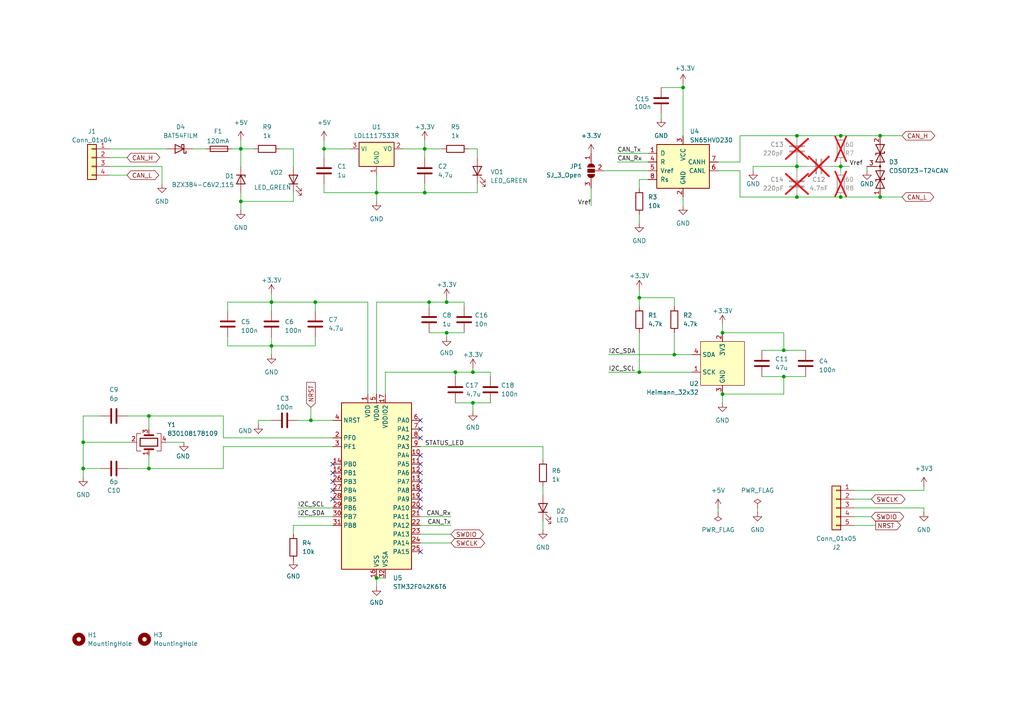
<source format=kicad_sch>
(kicad_sch (version 20231120) (generator "eeschema") (generator_version "8.0")
  (paper "A4")
  (lib_symbols
    (symbol "Connector_Generic:Conn_01x04" (pin_names (offset 1.016) hide)
      (property "Reference" "J" (at 0 5.08 0))
      (property "Value" "Conn_01x04" (at 0 -7.62 0))
      (symbol "Conn_01x04_1_1"
        (rectangle (start -1.27 -4.953) (end 0 -5.207) (stroke (width 0.1524)))
        (rectangle (start -1.27 -2.413) (end 0 -2.667) (stroke (width 0.1524)))
        (rectangle (start -1.27 0.127) (end 0 -0.127) (stroke (width 0.1524)))
        (rectangle (start -1.27 2.667) (end 0 2.413) (stroke (width 0.1524)))
        (rectangle (start -1.27 3.81) (end 1.27 -6.35) (stroke (width 0.254)) (fill (type background)))
        (pin passive line (at -5.08 2.54 0) (length 3.81) (name "Pin_1") (number "1"))
        (pin passive line (at -5.08 0 0) (length 3.81) (name "Pin_2") (number "2"))
        (pin passive line (at -5.08 -2.54 0) (length 3.81) (name "Pin_3") (number "3"))
        (pin passive line (at -5.08 -5.08 0) (length 3.81) (name "Pin_4") (number "4"))
      )
    )
    (symbol "Connector_Generic:Conn_01x05" (pin_names (offset 1.016) hide)
      (property "Reference" "J" (at 0 7.62 0))
      (property "Value" "Conn_01x05" (at 0 -7.62 0))
      (symbol "Conn_01x05_1_1"
        (rectangle (start -1.27 -4.953) (end 0 -5.207) (stroke (width 0.1524)))
        (rectangle (start -1.27 -2.413) (end 0 -2.667) (stroke (width 0.1524)))
        (rectangle (start -1.27 0.127) (end 0 -0.127) (stroke (width 0.1524)))
        (rectangle (start -1.27 2.667) (end 0 2.413) (stroke (width 0.1524)))
        (rectangle (start -1.27 5.207) (end 0 4.953) (stroke (width 0.1524)))
        (rectangle (start -1.27 6.35) (end 1.27 -6.35) (stroke (width 0.254)) (fill (type background)))
        (pin passive line (at -5.08 5.08 0) (length 3.81) (name "Pin_1") (number "1"))
        (pin passive line (at -5.08 2.54 0) (length 3.81) (name "Pin_2") (number "2"))
        (pin passive line (at -5.08 0 0) (length 3.81) (name "Pin_3") (number "3"))
        (pin passive line (at -5.08 -2.54 0) (length 3.81) (name "Pin_4") (number "4"))
        (pin passive line (at -5.08 -5.08 0) (length 3.81) (name "Pin_5") (number "5"))
      )
    )
    (symbol "Device:C" (pin_numbers hide) (pin_names (offset 0.254))
      (property "Reference" "C" (at 0.635 2.54 0))
      (property "Value" "C" (at 0.635 -2.54 0))
      (symbol "C_0_1"
        (polyline (pts (xy -2.032 -0.762) (xy 2.032 -0.762)) (stroke (width 0.508)))
        (polyline (pts (xy -2.032 0.762) (xy 2.032 0.762)) (stroke (width 0.508)))
      )
      (symbol "C_1_1"
        (pin passive line (at 0 3.81 270) (length 2.794) (name "~") (number "1"))
        (pin passive line (at 0 -3.81 90) (length 2.794) (name "~") (number "2"))
      )
    )
    (symbol "Device:D_Schottky" (pin_numbers hide) (pin_names (offset 1.016) hide)
      (property "Reference" "D" (at 0 2.54 0))
      (property "Value" "D_Schottky" (at 0 -2.54 0))
      (symbol "D_Schottky_0_1"
        (polyline (pts (xy 1.27 0) (xy -1.27 0)))
        (polyline (pts (xy 1.27 1.27) (xy 1.27 -1.27) (xy -1.27 0) (xy 1.27 1.27)) (stroke (width 0.254)))
        (polyline (pts (xy -1.905 0.635) (xy -1.905 1.27) (xy -1.27 1.27) (xy -1.27 -1.27) (xy -0.635 -1.27) (xy -0.635 -0.635)) (stroke (width 0.254)))
      )
      (symbol "D_Schottky_1_1"
        (pin passive line (at -3.81 0 0) (length 2.54) (name "K") (number "1"))
        (pin passive line (at 3.81 0 180) (length 2.54) (name "A") (number "2"))
      )
    )
    (symbol "Device:D_TVS_Dual_AAC" (pin_names (offset 1.016) hide)
      (property "Reference" "D" (at 0 4.445 0))
      (property "Value" "D_TVS_Dual_AAC" (at 0 2.54 0))
      (symbol "D_TVS_Dual_AAC_0_0"
        (polyline (pts (xy 0 -1.27) (xy 0 0)))
      )
      (symbol "D_TVS_Dual_AAC_0_1"
        (polyline (pts (xy -6.35 0) (xy 6.35 0)))
        (polyline (pts (xy -3.302 1.27) (xy -3.81 1.27) (xy -3.81 -1.27) (xy -4.318 -1.27)) (stroke (width 0.254)))
        (polyline (pts (xy 4.318 1.27) (xy 3.81 1.27) (xy 3.81 -1.27) (xy 3.302 -1.27)) (stroke (width 0.254)))
        (polyline (pts (xy -6.35 1.27) (xy -1.27 -1.27) (xy -1.27 1.27) (xy -6.35 -1.27) (xy -6.35 1.27)) (stroke (width 0.254)))
        (polyline (pts (xy 6.35 1.27) (xy 1.27 -1.27) (xy 1.27 1.27) (xy 6.35 -1.27) (xy 6.35 1.27)) (stroke (width 0.254)))
        (circle (center 0 0) (radius 0.254) (fill (type outline)))
      )
      (symbol "D_TVS_Dual_AAC_1_1"
        (pin passive line (at -8.89 0 0) (length 2.54) (name "A1") (number "1"))
        (pin passive line (at 8.89 0 180) (length 2.54) (name "A2") (number "2"))
        (pin input line (at 0 -3.81 90) (length 2.54) (name "common") (number "3"))
      )
    )
    (symbol "Device:D_Zener" (pin_numbers hide) (pin_names (offset 1.016) hide)
      (property "Reference" "D" (at 0 2.54 0))
      (property "Value" "D_Zener" (at 0 -2.54 0))
      (symbol "D_Zener_0_1"
        (polyline (pts (xy 1.27 0) (xy -1.27 0)))
        (polyline (pts (xy -1.27 -1.27) (xy -1.27 1.27) (xy -0.762 1.27)) (stroke (width 0.254)))
        (polyline (pts (xy 1.27 -1.27) (xy 1.27 1.27) (xy -1.27 0) (xy 1.27 -1.27)) (stroke (width 0.254)))
      )
      (symbol "D_Zener_1_1"
        (pin passive line (at -3.81 0 0) (length 2.54) (name "K") (number "1"))
        (pin passive line (at 3.81 0 180) (length 2.54) (name "A") (number "2"))
      )
    )
    (symbol "Device:Fuse" (pin_numbers hide) (pin_names (offset 0))
      (property "Reference" "F" (at 2.032 0 90))
      (property "Value" "Fuse" (at -1.905 0 90))
      (symbol "Fuse_0_1"
        (rectangle (start -0.762 -2.54) (end 0.762 2.54) (stroke (width 0.254)))
        (polyline (pts (xy 0 2.54) (xy 0 -2.54)))
      )
      (symbol "Fuse_1_1"
        (pin passive line (at 0 3.81 270) (length 1.27) (name "~") (number "1"))
        (pin passive line (at 0 -3.81 90) (length 1.27) (name "~") (number "2"))
      )
    )
    (symbol "Device:LED" (pin_numbers hide) (pin_names (offset 1.016) hide)
      (property "Reference" "D" (at 0 2.54 0))
      (property "Value" "LED" (at 0 -2.54 0))
      (symbol "LED_0_1"
        (polyline (pts (xy -1.27 -1.27) (xy -1.27 1.27)) (stroke (width 0.254)))
        (polyline (pts (xy -1.27 0) (xy 1.27 0)))
        (polyline (pts (xy 1.27 -1.27) (xy 1.27 1.27) (xy -1.27 0) (xy 1.27 -1.27)) (stroke (width 0.254)))
        (polyline (pts (xy -3.048 -0.762) (xy -4.572 -2.286) (xy -3.81 -2.286) (xy -4.572 -2.286) (xy -4.572 -1.524)))
        (polyline (pts (xy -1.778 -0.762) (xy -3.302 -2.286) (xy -2.54 -2.286) (xy -3.302 -2.286) (xy -3.302 -1.524)))
      )
      (symbol "LED_1_1"
        (pin passive line (at -3.81 0 0) (length 2.54) (name "K") (number "1"))
        (pin passive line (at 3.81 0 180) (length 2.54) (name "A") (number "2"))
      )
    )
    (symbol "Device:R" (pin_numbers hide) (pin_names (offset 0))
      (property "Reference" "R" (at 2.032 0 90))
      (property "Value" "R" (at 0 0 90))
      (symbol "R_0_1"
        (rectangle (start -1.016 -2.54) (end 1.016 2.54) (stroke (width 0.254)))
      )
      (symbol "R_1_1"
        (pin passive line (at 0 3.81 270) (length 1.27) (name "~") (number "1"))
        (pin passive line (at 0 -3.81 90) (length 1.27) (name "~") (number "2"))
      )
    )
    (symbol "FaSTTUBe_Crystals:830108178109" (pin_names (offset 1.016) hide)
      (property "Reference" "Y" (at 3.175 5.08 0))
      (property "Value" "830108178109" (at 3.175 3.175 0))
      (symbol "830108178109_0_1"
        (rectangle (start -1.143 2.54) (end 1.143 -2.54) (stroke (width 0.3048)))
        (polyline (pts (xy -2.54 0) (xy -2.032 0)))
        (polyline (pts (xy -2.032 -1.27) (xy -2.032 1.27)) (stroke (width 0.508)))
        (polyline (pts (xy 0 -3.81) (xy 0 -3.556)))
        (polyline (pts (xy 0 3.556) (xy 0 3.81)))
        (polyline (pts (xy 2.032 -1.27) (xy 2.032 1.27)) (stroke (width 0.508)))
        (polyline (pts (xy 2.032 0) (xy 2.54 0)))
        (polyline (pts (xy -2.54 -2.286) (xy -2.54 -3.556) (xy 2.54 -3.556) (xy 2.54 -2.286)))
        (polyline (pts (xy -2.54 2.286) (xy -2.54 3.556) (xy 2.54 3.556) (xy 2.54 2.286)))
      )
      (symbol "830108178109_1_1"
        (pin passive line (at -3.81 0 0) (length 1.27) (name "1") (number "1"))
        (pin passive line (at 0 5.08 270) (length 1.27) (name "2") (number "2"))
        (pin passive line (at 3.81 0 180) (length 1.27) (name "3") (number "3"))
        (pin passive line (at 0 -5.08 90) (length 1.27) (name "4") (number "4"))
      )
    )
    (symbol "GND_1" (power) (pin_numbers hide) (pin_names (offset 0) hide)
      (property "Value" "GND" (at 0 -3.81 0))
      (symbol "GND_1_0_1"
        (polyline (pts (xy 0 0) (xy 0 -1.27) (xy 1.27 -1.27) (xy 0 -2.54) (xy -1.27 -1.27) (xy 0 -1.27)))
      )
      (symbol "GND_1_1_1"
        (pin power_in line (at 0 0 270) (length 0) (name "~") (number "1"))
      )
    )
    (symbol "Interface_CAN_LIN:SN65HVD230" (pin_names (offset 1.016))
      (property "Reference" "U" (at -2.54 10.16 0))
      (property "Value" "SN65HVD230" (at -2.54 7.62 0))
      (symbol "SN65HVD230_0_1"
        (rectangle (start -7.62 5.08) (end 7.62 -7.62) (stroke (width 0.254)) (fill (type background)))
      )
      (symbol "SN65HVD230_1_1"
        (pin input line (at -10.16 2.54 0) (length 2.54) (name "D") (number "1"))
        (pin power_in line (at 0 -10.16 90) (length 2.54) (name "GND") (number "2"))
        (pin power_in line (at 0 7.62 270) (length 2.54) (name "VCC") (number "3"))
        (pin output line (at -10.16 0 0) (length 2.54) (name "R") (number "4"))
        (pin output line (at -10.16 -2.54 0) (length 2.54) (name "Vref") (number "5"))
        (pin bidirectional line (at 10.16 -2.54 180) (length 2.54) (name "CANL") (number "6"))
        (pin bidirectional line (at 10.16 0 180) (length 2.54) (name "CANH") (number "7"))
        (pin input line (at -10.16 -5.08 0) (length 2.54) (name "Rs") (number "8"))
      )
    )
    (symbol "Jumper:SolderJumper_3_Open" (pin_names (offset 0) hide)
      (property "Reference" "JP" (at -2.54 -2.54 0))
      (property "Value" "SolderJumper_3_Open" (at 0 2.794 0))
      (symbol "SolderJumper_3_Open_0_1"
        (arc (start -1.016 1.016) (mid -2.0276 0) (end -1.016 -1.016))
        (arc (start -1.016 1.016) (mid -2.0276 0) (end -1.016 -1.016) (fill (type outline)))
        (rectangle (start -0.508 1.016) (end 0.508 -1.016) (fill (type outline)))
        (polyline (pts (xy -2.54 0) (xy -2.032 0)))
        (polyline (pts (xy -1.016 1.016) (xy -1.016 -1.016)))
        (polyline (pts (xy 0 -1.27) (xy 0 -1.016)))
        (polyline (pts (xy 1.016 1.016) (xy 1.016 -1.016)))
        (polyline (pts (xy 2.54 0) (xy 2.032 0)))
        (arc (start 1.016 -1.016) (mid 2.0276 0) (end 1.016 1.016))
        (arc (start 1.016 -1.016) (mid 2.0276 0) (end 1.016 1.016) (fill (type outline)))
      )
      (symbol "SolderJumper_3_Open_1_1"
        (pin passive line (at -5.08 0 0) (length 2.54) (name "A") (number "1"))
        (pin passive line (at 0 -3.81 90) (length 2.54) (name "C") (number "2"))
        (pin passive line (at 5.08 0 180) (length 2.54) (name "B") (number "3"))
      )
    )
    (symbol "MCU_ST_STM32F0:STM32F042K6Tx"
      (property "Reference" "U" (at -10.16 26.67 0))
      (property "Value" "STM32F042K6Tx" (at 5.08 26.67 0))
      (symbol "STM32F042K6Tx_0_1"
        (rectangle (start -10.16 -22.86) (end 10.16 25.4) (stroke (width 0.254)) (fill (type background)))
      )
      (symbol "STM32F042K6Tx_1_1"
        (pin power_in line (at -2.54 27.94 270) (length 2.54) (name "VDD") (number "1"))
        (pin bidirectional line (at 12.7 10.16 180) (length 2.54) (name "PA4") (number "10"))
        (pin bidirectional line (at 12.7 7.62 180) (length 2.54) (name "PA5") (number "11"))
        (pin bidirectional line (at 12.7 5.08 180) (length 2.54) (name "PA6") (number "12"))
        (pin bidirectional line (at 12.7 2.54 180) (length 2.54) (name "PA7") (number "13"))
        (pin bidirectional line (at -12.7 7.62 0) (length 2.54) (name "PB0") (number "14"))
        (pin bidirectional line (at -12.7 5.08 0) (length 2.54) (name "PB1") (number "15"))
        (pin power_in line (at 0 -25.4 90) (length 2.54) (name "VSS") (number "16"))
        (pin power_in line (at 2.54 27.94 270) (length 2.54) (name "VDDIO2") (number "17"))
        (pin bidirectional line (at 12.7 0 180) (length 2.54) (name "PA8") (number "18"))
        (pin bidirectional line (at 12.7 -2.54 180) (length 2.54) (name "PA9") (number "19"))
        (pin bidirectional line (at -12.7 15.24 0) (length 2.54) (name "PF0") (number "2"))
        (pin bidirectional line (at 12.7 -5.08 180) (length 2.54) (name "PA10") (number "20"))
        (pin bidirectional line (at 12.7 -7.62 180) (length 2.54) (name "PA11") (number "21"))
        (pin bidirectional line (at 12.7 -10.16 180) (length 2.54) (name "PA12") (number "22"))
        (pin bidirectional line (at 12.7 -12.7 180) (length 2.54) (name "PA13") (number "23"))
        (pin bidirectional line (at 12.7 -15.24 180) (length 2.54) (name "PA14") (number "24"))
        (pin bidirectional line (at 12.7 -17.78 180) (length 2.54) (name "PA15") (number "25"))
        (pin bidirectional line (at -12.7 2.54 0) (length 2.54) (name "PB3") (number "26"))
        (pin bidirectional line (at -12.7 0 0) (length 2.54) (name "PB4") (number "27"))
        (pin bidirectional line (at -12.7 -2.54 0) (length 2.54) (name "PB5") (number "28"))
        (pin bidirectional line (at -12.7 -5.08 0) (length 2.54) (name "PB6") (number "29"))
        (pin bidirectional line (at -12.7 12.7 0) (length 2.54) (name "PF1") (number "3"))
        (pin bidirectional line (at -12.7 -7.62 0) (length 2.54) (name "PB7") (number "30"))
        (pin bidirectional line (at -12.7 -10.16 0) (length 2.54) (name "PB8") (number "31"))
        (pin power_in line (at 2.54 -25.4 90) (length 2.54) (name "VSSA") (number "32"))
        (pin input line (at -12.7 20.32 0) (length 2.54) (name "NRST") (number "4"))
        (pin power_in line (at 0 27.94 270) (length 2.54) (name "VDDA") (number "5"))
        (pin bidirectional line (at 12.7 20.32 180) (length 2.54) (name "PA0") (number "6"))
        (pin bidirectional line (at 12.7 17.78 180) (length 2.54) (name "PA1") (number "7"))
        (pin bidirectional line (at 12.7 15.24 180) (length 2.54) (name "PA2") (number "8"))
        (pin bidirectional line (at 12.7 12.7 180) (length 2.54) (name "PA3") (number "9"))
      )
    )
    (symbol "MountingHole_1" (pin_names (offset 1.016)) (exclude_from_sim yes) (in_bom no)
      (property "Reference" "H" (at 0 5.08 0))
      (property "Value" "MountingHole" (at 0 3.175 0))
      (symbol "MountingHole_1_0_1"
        (circle (center 0 0) (radius 1.27) (stroke (width 1.27)))
      )
    )
    (symbol "Regulator_Linear:LD1117S33TR_SOT223"
      (property "Reference" "U" (at -3.81 3.175 0))
      (property "Value" "LD1117S33TR_SOT223" (at 0 3.175 0))
      (symbol "LD1117S33TR_SOT223_0_1"
        (rectangle (start -5.08 -5.08) (end 5.08 1.905) (stroke (width 0.254)) (fill (type background)))
      )
      (symbol "LD1117S33TR_SOT223_1_1"
        (pin power_in line (at 0 -7.62 90) (length 2.54) (name "GND") (number "1"))
        (pin power_out line (at 7.62 0 180) (length 2.54) (name "VO") (number "2"))
        (pin power_in line (at -7.62 0 0) (length 2.54) (name "VI") (number "3"))
      )
    )
    (symbol "TTS:Heimann_16x16"
      (property "Reference" "U" (at 0 0 0))
      (property "Value" "Heimann_16x16" (at 0 0 0))
      (symbol "Heimann_16x16_0_1"
        (rectangle (start -6.35 6.35) (end 6.35 -6.35) (fill (type background)))
      )
      (symbol "Heimann_16x16_1_1"
        (pin bidirectional line (at 8.89 -2.54 180) (length 2.54) (name "SCK") (number "1"))
        (pin power_in line (at 0 8.89 270) (length 2.54) (name "3V3") (number "2"))
        (pin power_in line (at 0 -8.89 90) (length 2.54) (name "GND") (number "3"))
        (pin bidirectional line (at 8.89 2.54 180) (length 2.54) (name "SDA") (number "4"))
      )
    )
    (symbol "power:+3.3V" (power) (pin_names (offset 0))
      (property "Value" "+3.3V" (at 0 3.556 0))
      (symbol "+3.3V_0_1"
        (polyline (pts (xy -0.762 1.27) (xy 0 2.54)))
        (polyline (pts (xy 0 0) (xy 0 2.54)))
        (polyline (pts (xy 0 2.54) (xy 0.762 1.27)))
      )
      (symbol "+3.3V_1_1"
        (pin power_in line (at 0 0 90) (length 0) hide (name "+3.3V") (number "1"))
      )
    )
    (symbol "power:+3V3" (power) (pin_numbers hide) (pin_names (offset 0) hide)
      (property "Value" "+3V3" (at 0 3.556 0))
      (symbol "+3V3_0_1"
        (polyline (pts (xy -0.762 1.27) (xy 0 2.54)))
        (polyline (pts (xy 0 0) (xy 0 2.54)))
        (polyline (pts (xy 0 2.54) (xy 0.762 1.27)))
      )
      (symbol "+3V3_1_1"
        (pin power_in line (at 0 0 90) (length 0) (name "~") (number "1"))
      )
    )
    (symbol "power:+5V" (power) (pin_numbers hide) (pin_names (offset 0) hide)
      (property "Value" "+5V" (at 0 3.556 0))
      (symbol "+5V_0_1"
        (polyline (pts (xy -0.762 1.27) (xy 0 2.54)))
        (polyline (pts (xy 0 0) (xy 0 2.54)))
        (polyline (pts (xy 0 2.54) (xy 0.762 1.27)))
      )
      (symbol "+5V_1_1"
        (pin power_in line (at 0 0 90) (length 0) (name "~") (number "1"))
      )
    )
    (symbol "power:GND" (power) (pin_names (offset 0))
      (property "Value" "GND" (at 0 -3.81 0))
      (symbol "GND_0_1"
        (polyline (pts (xy 0 0) (xy 0 -1.27) (xy 1.27 -1.27) (xy 0 -2.54) (xy -1.27 -1.27) (xy 0 -1.27)))
      )
      (symbol "GND_1_1"
        (pin power_in line (at 0 0 270) (length 0) hide (name "GND") (number "1"))
      )
    )
    (symbol "power:PWR_FLAG" (power) (pin_numbers hide) (pin_names (offset 0) hide)
      (property "Value" "PWR_FLAG" (at 0 3.81 0))
      (symbol "PWR_FLAG_0_0"
        (pin power_out line (at 0 0 90) (length 0) (name "~") (number "1"))
      )
      (symbol "PWR_FLAG_0_1"
        (polyline (pts (xy 0 0) (xy 0 1.27) (xy -1.016 1.905) (xy 0 2.54) (xy 1.016 1.905) (xy 0 1.27)))
      )
    )
  )
  (junction (at 91.44 87.63))
  (junction (at 137.16 107.95))
  (junction (at 243.84 48.26))
  (junction (at 78.74 87.63))
  (junction (at 43.18 120.65))
  (junction (at 43.18 135.89))
  (junction (at 24.13 135.89))
  (junction (at 231.14 48.26))
  (junction (at 132.08 107.95))
  (junction (at 227.33 101.6))
  (junction (at 231.14 57.15))
  (junction (at 123.19 55.88))
  (junction (at 69.85 43.18))
  (junction (at 109.22 55.88))
  (junction (at 69.85 58.42))
  (junction (at 109.22 167.64))
  (junction (at 243.84 39.37))
  (junction (at 93.98 43.18))
  (junction (at 255.27 57.15))
  (junction (at 124.46 87.63))
  (junction (at 227.33 109.22))
  (junction (at 231.14 39.37))
  (junction (at 198.12 25.4))
  (junction (at 129.54 96.52))
  (junction (at 78.74 100.33))
  (junction (at 129.54 87.63))
  (junction (at 209.55 114.3))
  (junction (at 137.16 116.84))
  (junction (at 209.55 96.52))
  (junction (at 123.19 43.18))
  (junction (at 185.42 107.95))
  (junction (at 24.13 128.27))
  (junction (at 195.58 102.87))
  (junction (at 243.84 57.15))
  (junction (at 185.42 86.36))
  (junction (at 255.27 39.37))
  (junction (at 90.17 121.92))
  (no_connect (at 121.92 142.24))
  (no_connect (at 121.92 144.78))
  (no_connect (at 121.92 160.02))
  (no_connect (at 96.52 142.24))
  (no_connect (at 96.52 134.62))
  (no_connect (at 121.92 132.08))
  (no_connect (at 121.92 137.16))
  (no_connect (at 96.52 137.16))
  (no_connect (at 96.52 144.78))
  (no_connect (at 121.92 121.92))
  (no_connect (at 121.92 127))
  (no_connect (at 121.92 124.46))
  (no_connect (at 121.92 147.32))
  (no_connect (at 121.92 134.62))
  (no_connect (at 96.52 139.7))
  (no_connect (at 121.92 139.7))
  (wire (pts (xy 121.92 157.48) (xy 130.81 157.48)))
  (wire (pts (xy 247.65 144.78) (xy 252.73 144.78)))
  (wire (pts (xy 157.48 151.13) (xy 157.48 153.67)))
  (wire (pts (xy 124.46 87.63) (xy 124.46 88.9)))
  (wire (pts (xy 135.89 43.18) (xy 138.43 43.18)))
  (wire (pts (xy 142.24 107.95) (xy 142.24 109.22)))
  (wire (pts (xy 31.75 50.8) (xy 36.83 50.8)))
  (wire (pts (xy 85.09 43.18) (xy 85.09 48.26)))
  (wire (pts (xy 78.74 87.63) (xy 66.04 87.63)))
  (wire (pts (xy 78.74 97.79) (xy 78.74 100.33)))
  (wire (pts (xy 43.18 135.89) (xy 64.77 135.89)))
  (wire (pts (xy 116.84 43.18) (xy 123.19 43.18)))
  (wire (pts (xy 109.22 167.64) (xy 111.76 167.64)))
  (wire (pts (xy 78.74 100.33) (xy 91.44 100.33)))
  (wire (pts (xy 74.93 123.19) (xy 74.93 121.92)))
  (wire (pts (xy 218.44 49.53) (xy 218.44 48.26)))
  (wire (pts (xy 31.75 48.26) (xy 46.99 48.26)))
  (wire (pts (xy 109.22 167.64) (xy 109.22 170.18)))
  (wire (pts (xy 179.07 44.45) (xy 187.96 44.45)))
  (wire (pts (xy 31.75 45.72) (xy 36.83 45.72)))
  (wire (pts (xy 255.27 39.37) (xy 243.84 39.37)))
  (wire (pts (xy 191.77 25.4) (xy 198.12 25.4)))
  (wire (pts (xy 129.54 96.52) (xy 134.62 96.52)))
  (wire (pts (xy 137.16 107.95) (xy 142.24 107.95)))
  (wire (pts (xy 36.83 120.65) (xy 43.18 120.65)))
  (wire (pts (xy 121.92 149.86) (xy 130.81 149.86)))
  (wire (pts (xy 220.98 109.22) (xy 227.33 109.22)))
  (wire (pts (xy 176.53 102.87) (xy 195.58 102.87)))
  (wire (pts (xy 121.92 154.94) (xy 130.81 154.94)))
  (wire (pts (xy 247.65 152.4) (xy 254 152.4)))
  (wire (pts (xy 185.42 83.82) (xy 185.42 86.36)))
  (wire (pts (xy 24.13 135.89) (xy 24.13 138.43)))
  (wire (pts (xy 109.22 50.8) (xy 109.22 55.88)))
  (wire (pts (xy 86.36 121.92) (xy 90.17 121.92)))
  (wire (pts (xy 255.27 57.15) (xy 243.84 57.15)))
  (wire (pts (xy 24.13 128.27) (xy 24.13 135.89)))
  (wire (pts (xy 106.68 87.63) (xy 91.44 87.63)))
  (wire (pts (xy 29.21 120.65) (xy 24.13 120.65)))
  (wire (pts (xy 91.44 100.33) (xy 91.44 97.79)))
  (wire (pts (xy 134.62 87.63) (xy 134.62 88.9)))
  (wire (pts (xy 96.52 152.4) (xy 85.09 152.4)))
  (wire (pts (xy 243.84 46.99) (xy 243.84 48.26)))
  (wire (pts (xy 64.77 120.65) (xy 64.77 127)))
  (wire (pts (xy 85.09 58.42) (xy 85.09 55.88)))
  (wire (pts (xy 171.45 59.69) (xy 171.45 54.61)))
  (wire (pts (xy 227.33 96.52) (xy 227.33 101.6)))
  (wire (pts (xy 246.38 48.26) (xy 243.84 48.26)))
  (wire (pts (xy 157.48 140.97) (xy 157.48 143.51)))
  (wire (pts (xy 86.36 149.86) (xy 96.52 149.86)))
  (wire (pts (xy 123.19 43.18) (xy 123.19 45.72)))
  (wire (pts (xy 111.76 107.95) (xy 111.76 114.3)))
  (wire (pts (xy 124.46 87.63) (xy 129.54 87.63)))
  (wire (pts (xy 109.22 87.63) (xy 109.22 114.3)))
  (wire (pts (xy 86.36 147.32) (xy 96.52 147.32)))
  (wire (pts (xy 243.84 39.37) (xy 231.14 39.37)))
  (wire (pts (xy 24.13 120.65) (xy 24.13 128.27)))
  (wire (pts (xy 121.92 129.54) (xy 157.48 129.54)))
  (wire (pts (xy 132.08 107.95) (xy 137.16 107.95)))
  (wire (pts (xy 214.63 46.99) (xy 214.63 39.37)))
  (wire (pts (xy 219.71 147.32) (xy 219.71 148.59)))
  (wire (pts (xy 137.16 106.68) (xy 137.16 107.95)))
  (wire (pts (xy 59.69 43.18) (xy 55.88 43.18)))
  (wire (pts (xy 121.92 152.4) (xy 130.81 152.4)))
  (wire (pts (xy 109.22 55.88) (xy 123.19 55.88)))
  (wire (pts (xy 74.93 121.92) (xy 78.74 121.92)))
  (wire (pts (xy 214.63 49.53) (xy 214.63 57.15)))
  (wire (pts (xy 195.58 88.9) (xy 195.58 86.36)))
  (wire (pts (xy 93.98 40.64) (xy 93.98 43.18)))
  (wire (pts (xy 195.58 102.87) (xy 195.58 96.52)))
  (wire (pts (xy 185.42 86.36) (xy 185.42 88.9)))
  (wire (pts (xy 247.65 149.86) (xy 252.73 149.86)))
  (wire (pts (xy 267.97 142.24) (xy 267.97 140.97)))
  (wire (pts (xy 185.42 107.95) (xy 200.66 107.95)))
  (wire (pts (xy 247.65 142.24) (xy 267.97 142.24)))
  (wire (pts (xy 231.14 49.53) (xy 231.14 48.26)))
  (wire (pts (xy 209.55 114.3) (xy 227.33 114.3)))
  (wire (pts (xy 91.44 87.63) (xy 78.74 87.63)))
  (wire (pts (xy 227.33 109.22) (xy 233.68 109.22)))
  (wire (pts (xy 24.13 135.89) (xy 29.21 135.89)))
  (wire (pts (xy 46.99 48.26) (xy 46.99 53.34)))
  (wire (pts (xy 78.74 85.09) (xy 78.74 87.63)))
  (wire (pts (xy 43.18 120.65) (xy 64.77 120.65)))
  (wire (pts (xy 195.58 102.87) (xy 200.66 102.87)))
  (wire (pts (xy 111.76 107.95) (xy 132.08 107.95)))
  (wire (pts (xy 123.19 40.64) (xy 123.19 43.18)))
  (wire (pts (xy 129.54 96.52) (xy 129.54 97.79)))
  (wire (pts (xy 43.18 132.08) (xy 43.18 135.89)))
  (wire (pts (xy 123.19 55.88) (xy 123.19 53.34)))
  (wire (pts (xy 124.46 96.52) (xy 129.54 96.52)))
  (wire (pts (xy 214.63 57.15) (xy 231.14 57.15)))
  (wire (pts (xy 227.33 109.22) (xy 227.33 114.3)))
  (wire (pts (xy 109.22 55.88) (xy 109.22 58.42)))
  (wire (pts (xy 64.77 127) (xy 96.52 127)))
  (wire (pts (xy 261.62 57.15) (xy 255.27 57.15)))
  (wire (pts (xy 90.17 118.11) (xy 90.17 121.92)))
  (wire (pts (xy 69.85 43.18) (xy 73.66 43.18)))
  (wire (pts (xy 36.83 135.89) (xy 43.18 135.89)))
  (wire (pts (xy 137.16 116.84) (xy 142.24 116.84)))
  (wire (pts (xy 129.54 86.36) (xy 129.54 87.63)))
  (wire (pts (xy 24.13 128.27) (xy 38.1 128.27)))
  (wire (pts (xy 93.98 53.34) (xy 93.98 55.88)))
  (wire (pts (xy 175.26 49.53) (xy 187.96 49.53)))
  (wire (pts (xy 78.74 100.33) (xy 78.74 102.87)))
  (wire (pts (xy 69.85 58.42) (xy 85.09 58.42)))
  (wire (pts (xy 138.43 43.18) (xy 138.43 45.72)))
  (wire (pts (xy 185.42 52.07) (xy 187.96 52.07)))
  (wire (pts (xy 69.85 60.96) (xy 69.85 58.42)))
  (wire (pts (xy 138.43 55.88) (xy 138.43 53.34)))
  (wire (pts (xy 69.85 58.42) (xy 69.85 55.88)))
  (wire (pts (xy 247.65 147.32) (xy 267.97 147.32)))
  (wire (pts (xy 208.28 49.53) (xy 214.63 49.53)))
  (wire (pts (xy 243.84 48.26) (xy 241.3 48.26)))
  (wire (pts (xy 208.28 147.32) (xy 208.28 148.59)))
  (wire (pts (xy 251.46 49.53) (xy 251.46 48.26)))
  (wire (pts (xy 137.16 116.84) (xy 137.16 119.38)))
  (wire (pts (xy 93.98 43.18) (xy 101.6 43.18)))
  (wire (pts (xy 243.84 49.53) (xy 243.84 48.26)))
  (wire (pts (xy 123.19 55.88) (xy 138.43 55.88)))
  (wire (pts (xy 109.22 87.63) (xy 124.46 87.63)))
  (wire (pts (xy 132.08 116.84) (xy 137.16 116.84)))
  (wire (pts (xy 66.04 87.63) (xy 66.04 90.17)))
  (wire (pts (xy 261.62 39.37) (xy 255.27 39.37)))
  (wire (pts (xy 176.53 107.95) (xy 185.42 107.95)))
  (wire (pts (xy 185.42 54.61) (xy 185.42 52.07)))
  (wire (pts (xy 48.26 128.27) (xy 53.34 128.27)))
  (wire (pts (xy 67.31 43.18) (xy 69.85 43.18)))
  (wire (pts (xy 198.12 24.13) (xy 198.12 25.4)))
  (wire (pts (xy 267.97 147.32) (xy 267.97 148.59)))
  (wire (pts (xy 69.85 43.18) (xy 69.85 40.64)))
  (wire (pts (xy 69.85 43.18) (xy 69.85 48.26)))
  (wire (pts (xy 90.17 121.92) (xy 96.52 121.92)))
  (wire (pts (xy 231.14 46.99) (xy 231.14 48.26)))
  (wire (pts (xy 132.08 107.95) (xy 132.08 109.22)))
  (wire (pts (xy 195.58 86.36) (xy 185.42 86.36)))
  (wire (pts (xy 78.74 87.63) (xy 78.74 90.17)))
  (wire (pts (xy 85.09 152.4) (xy 85.09 154.94)))
  (wire (pts (xy 209.55 114.3) (xy 209.55 116.84)))
  (wire (pts (xy 31.75 43.18) (xy 48.26 43.18)))
  (wire (pts (xy 209.55 93.98) (xy 209.55 96.52)))
  (wire (pts (xy 106.68 87.63) (xy 106.68 114.3)))
  (wire (pts (xy 243.84 57.15) (xy 231.14 57.15)))
  (wire (pts (xy 220.98 101.6) (xy 227.33 101.6)))
  (wire (pts (xy 93.98 55.88) (xy 109.22 55.88)))
  (wire (pts (xy 157.48 129.54) (xy 157.48 133.35)))
  (wire (pts (xy 198.12 25.4) (xy 198.12 39.37)))
  (wire (pts (xy 185.42 62.23) (xy 185.42 64.77)))
  (wire (pts (xy 81.28 43.18) (xy 85.09 43.18)))
  (wire (pts (xy 43.18 120.65) (xy 43.18 124.46)))
  (wire (pts (xy 208.28 46.99) (xy 214.63 46.99)))
  (wire (pts (xy 233.68 48.26) (xy 231.14 48.26)))
  (wire (pts (xy 214.63 39.37) (xy 231.14 39.37)))
  (wire (pts (xy 66.04 100.33) (xy 78.74 100.33)))
  (wire (pts (xy 198.12 57.15) (xy 198.12 59.69)))
  (wire (pts (xy 191.77 34.29) (xy 191.77 33.02)))
  (wire (pts (xy 185.42 107.95) (xy 185.42 96.52)))
  (wire (pts (xy 227.33 101.6) (xy 233.68 101.6)))
  (wire (pts (xy 179.07 46.99) (xy 187.96 46.99)))
  (wire (pts (xy 123.19 43.18) (xy 128.27 43.18)))
  (wire (pts (xy 66.04 97.79) (xy 66.04 100.33)))
  (wire (pts (xy 91.44 90.17) (xy 91.44 87.63)))
  (wire (pts (xy 96.52 129.54) (xy 64.77 129.54)))
  (wire (pts (xy 209.55 96.52) (xy 227.33 96.52)))
  (wire (pts (xy 129.54 87.63) (xy 134.62 87.63)))
  (wire (pts (xy 93.98 43.18) (xy 93.98 45.72)))
  (wire (pts (xy 64.77 129.54) (xy 64.77 135.89)))
  (wire (pts (xy 218.44 48.26) (xy 231.14 48.26)))
  (label "CAN_Tx" (at 130.81 152.4 180))
  (label "I2C_SDA" (at 86.36 149.86 0))
  (label "CAN_Rx" (at 130.81 149.86 180))
  (label "Vref" (at 171.45 59.69 180))
  (label "Vref" (at 246.38 48.26 0))
  (label "I2C_SCL" (at 86.36 147.32 0))
  (label "CAN_Rx" (at 179.07 46.99 0))
  (label "I2C_SDA" (at 176.53 102.87 0))
  (label "I2C_SCL" (at 176.53 107.95 0))
  (label "STATUS_LED" (at 134.62 129.54 180))
  (label "CAN_Tx" (at 179.07 44.45 0))
  (global_label "SWCLK" (shape bidirectional) (at 130.81 157.48 0) (property "Intersheetrefs" "${INTERSHEET_REFS}" (effects (hide yes))))
  (global_label "CAN_L" (shape bidirectional) (at 261.62 57.15 0) (property "Intersheetrefs" "${INTERSHEET_REFS}" (effects (hide yes))))
  (global_label "CAN_L" (shape bidirectional) (at 36.83 50.8 0) (property "Intersheetrefs" "${INTERSHEET_REFS}" (effects (hide yes))))
  (global_label "CAN_H" (shape bidirectional) (at 261.62 39.37 0) (property "Intersheetrefs" "${INTERSHEET_REFS}" (effects (hide yes))))
  (global_label "CAN_H" (shape bidirectional) (at 36.83 45.72 0) (property "Intersheetrefs" "${INTERSHEET_REFS}" (effects (hide yes))))
  (global_label "SWDIO" (shape bidirectional) (at 252.73 149.86 0) (property "Intersheetrefs" "${INTERSHEET_REFS}" (effects (hide yes))))
  (global_label "SWDIO" (shape bidirectional) (at 130.81 154.94 0) (property "Intersheetrefs" "${INTERSHEET_REFS}" (effects (hide yes))))
  (global_label "NRST" (shape input) (at 90.17 118.11 90) (property "Intersheetrefs" "${INTERSHEET_REFS}" (effects (hide yes))))
  (global_label "NRST" (shape output) (at 254 152.4 0) (property "Intersheetrefs" "${INTERSHEET_REFS}" (effects (hide yes))))
  (global_label "SWCLK" (shape bidirectional) (at 252.73 144.78 0) (property "Intersheetrefs" "${INTERSHEET_REFS}" (effects (hide yes))))
  (symbol (lib_id "FaSTTUBe_Crystals:830108178109") (at 43.18 128.27 90) (unit 1)
    (property "Reference" "Y1" (at 49.784 123.19 90))
    (property "Value" "830108178109" (at 55.88 125.73 90))
    (property "Footprint" "Crystal:Crystal_SMD_2016-4Pin_2.0x1.6mm" (effects (hide yes)))
    (property "Datasheet" "https://www.we-online.com/components/products/datasheet/830108178109.pdf" (effects (hide yes)))
    (property "Description" "16.0MHz Load Capacitance (CL) 8.00pF, Shunt Capacitance (C0) 3pF max" (effects (hide yes)))
  )
  (symbol (lib_id "Device:C") (at 66.04 93.98 0) (unit 1)
    (property "Reference" "C5" (at 69.85 93.345 0) (effects (justify left)))
    (property "Value" "100n" (at 69.85 95.885 0) (effects (justify left)))
    (property "Footprint" "Capacitor_SMD:C_0603_1608Metric" (effects (hide yes)))
    (property "LCSC" "C307331" (effects (hide yes)))
  )
  (symbol (lib_id "Device:C") (at 91.44 93.98 0) (unit 1)
    (property "Reference" "C7" (at 95.25 92.7099 0) (effects (justify left)))
    (property "Value" "4.7u" (at 95.25 95.2499 0) (effects (justify left)))
    (property "Footprint" "Capacitor_SMD:C_0603_1608Metric" (effects (hide yes)))
    (property "LCSC" "C307331" (effects (hide yes)))
  )
  (symbol (lib_name "GND_1") (lib_id "power:GND") (at 219.71 148.59 0) (unit 1)
    (property "Reference" "#PWR029" (effects (hide yes)))
    (property "Value" "GND" (at 219.71 153.67 0))
    (property "Description" "Power symbol creates a global label with name \"GND\" , ground" (effects (hide yes)))
  )
  (symbol (lib_id "Device:C") (at 93.98 49.53 0) (unit 1)
    (property "Reference" "C1" (at 97.79 48.2599 0) (effects (justify left)))
    (property "Value" "1u" (at 97.79 50.7999 0) (effects (justify left)))
    (property "Footprint" "Capacitor_SMD:C_0603_1608Metric" (effects (hide yes)))
    (property "LCSC" "C15849" (effects (hide yes)))
  )
  (symbol (lib_id "Device:Fuse") (at 63.5 43.18 90) (unit 1)
    (property "Reference" "F1" (at 64.516 38.1 90) (effects (justify left)))
    (property "Value" "120mA" (at 66.548 40.894 90) (effects (justify left)))
    (property "Footprint" "Fuse:Fuse_1206_3216Metric" (effects (hide yes)))
    (property "Datasheet" "https://www.mouser.de/datasheet/2/87/eaton_pts1206_6_60_volt_dc_surface_mount_resettabl-1608737.pdf" (effects (hide yes)))
  )
  (symbol (lib_id "power:GND") (at 78.74 102.87 0) (unit 1)
    (property "Reference" "#PWR014" (effects (hide yes)))
    (property "Value" "GND" (at 78.74 107.95 0))
  )
  (symbol (lib_id "Device:C") (at 33.02 120.65 90) (unit 1)
    (property "Reference" "C9" (at 33.02 113.03 90))
    (property "Value" "6p" (at 33.02 115.57 90))
    (property "Footprint" "Capacitor_SMD:C_0603_1608Metric" (effects (hide yes)))
    (property "LCSC" "C1549" (effects (hide yes)))
  )
  (symbol (lib_id "power:+3.3V") (at 78.74 85.09 0) (unit 1)
    (property "Reference" "#PWR04" (effects (hide yes)))
    (property "Value" "+3.3V" (at 78.74 81.28 0))
  )
  (symbol (lib_id "Device:C") (at 233.68 105.41 0) (unit 1)
    (property "Reference" "C4" (at 237.49 104.775 0) (effects (justify left)))
    (property "Value" "100n" (at 237.49 107.315 0) (effects (justify left)))
    (property "Footprint" "Capacitor_SMD:C_0603_1608Metric" (effects (hide yes)))
    (property "LCSC" "C307331" (effects (hide yes)))
  )
  (symbol (lib_id "power:GND") (at 191.77 34.29 0) (unit 1)
    (property "Reference" "#PWR027" (effects (hide yes)))
    (property "Value" "GND" (at 191.77 39.37 0))
  )
  (symbol (lib_id "Device:C") (at 231.14 43.18 0) (mirror y) (unit 1) (dnp yes)
    (property "Reference" "C13" (at 227.33 41.91 0) (effects (justify left)))
    (property "Value" "220pF" (at 227.33 44.45 0) (effects (justify left)))
    (property "Footprint" "Capacitor_SMD:C_0603_1608Metric" (effects (hide yes)))
  )
  (symbol (lib_name "MountingHole_1") (lib_id "Mechanical:MountingHole") (at 41.91 185.42 0) (unit 1) (exclude_from_sim yes) (in_bom no)
    (property "Reference" "H3" (at 44.45 184.1499 0) (effects (justify left)))
    (property "Value" "MountingHole" (at 44.45 186.6899 0) (effects (justify left)))
    (property "Footprint" "MountingHole:MountingHole_3.2mm_M3_DIN965" (effects (hide yes)))
    (property "Description" "Mounting Hole without connection" (effects (hide yes)))
  )
  (symbol (lib_id "Device:D_TVS_Dual_AAC") (at 255.27 48.26 270) (mirror x) (unit 1)
    (property "Reference" "D3" (at 257.81 46.99 90) (effects (justify left)))
    (property "Value" "CDSOT23-T24CAN" (at 257.81 49.53 90) (effects (justify left)))
    (property "Footprint" "Package_TO_SOT_SMD:SOT-23" (effects (hide yes)))
  )
  (symbol (lib_id "power:+3.3V") (at 137.16 106.68 0) (unit 1)
    (property "Reference" "#PWR017" (effects (hide yes)))
    (property "Value" "+3.3V" (at 137.16 102.87 0))
  )
  (symbol (lib_id "power:GND") (at 137.16 119.38 0) (unit 1)
    (property "Reference" "#PWR018" (effects (hide yes)))
    (property "Value" "GND" (at 137.16 123.952 0))
  )
  (symbol (lib_id "Device:LED") (at 157.48 147.32 90) (unit 1)
    (property "Reference" "D2" (at 161.29 148.2725 90) (effects (justify right)))
    (property "Value" "LED" (at 161.29 150.8125 90) (effects (justify right)))
    (property "Footprint" "LED_SMD:LED_0603_1608Metric" (effects (hide yes)))
    (property "LCSC" "C2286" (effects (hide yes)))
  )
  (symbol (lib_id "power:+5V") (at 208.28 147.32 0) (unit 1)
    (property "Reference" "#PWR028" (effects (hide yes)))
    (property "Value" "+5V" (at 208.28 142.24 0))
    (property "Description" "Power symbol creates a global label with name \"+5V\"" (effects (hide yes)))
  )
  (symbol (lib_id "Device:C") (at 237.49 48.26 270) (mirror x) (unit 1) (dnp yes)
    (property "Reference" "C12" (at 237.49 52.07 90))
    (property "Value" "4.7nF" (at 237.49 54.61 90))
    (property "Footprint" "Capacitor_SMD:C_0603_1608Metric" (effects (hide yes)))
  )
  (symbol (lib_id "power:+5V") (at 69.85 40.64 0) (unit 1)
    (property "Reference" "#PWR030" (effects (hide yes)))
    (property "Value" "+5V" (at 69.85 35.56 0))
    (property "Description" "Power symbol creates a global label with name \"+5V\"" (effects (hide yes)))
  )
  (symbol (lib_id "Device:R") (at 85.09 158.75 0) (unit 1)
    (property "Reference" "R4" (at 87.63 157.4799 0) (effects (justify left)))
    (property "Value" "10k" (at 87.63 160.0199 0) (effects (justify left)))
    (property "Footprint" "Resistor_SMD:R_0603_1608Metric" (effects (hide yes)))
    (property "LCSC" "C11702" (effects (hide yes)))
  )
  (symbol (lib_id "Device:R") (at 77.47 43.18 90) (unit 1)
    (property "Reference" "R9" (at 77.47 36.83 90))
    (property "Value" "1k" (at 77.47 39.37 90))
    (property "Footprint" "Resistor_SMD:R_0603_1608Metric" (effects (hide yes)))
  )
  (symbol (lib_id "Device:R") (at 243.84 43.18 0) (mirror x) (unit 1) (dnp yes)
    (property "Reference" "R7" (at 246.38 44.45 0))
    (property "Value" "60" (at 246.38 41.91 0))
    (property "Footprint" "Resistor_SMD:R_0603_1608Metric" (effects (hide yes)))
  )
  (symbol (lib_id "Device:C") (at 82.55 121.92 90) (unit 1)
    (property "Reference" "C3" (at 82.55 115.57 90))
    (property "Value" "100n" (at 82.55 118.11 90))
    (property "Footprint" "Capacitor_SMD:C_0603_1608Metric" (effects (hide yes)))
    (property "LCSC" "C307331" (effects (hide yes)))
  )
  (symbol (lib_name "GND_1") (lib_id "power:GND") (at 69.85 60.96 0) (unit 1)
    (property "Reference" "#PWR032" (effects (hide yes)))
    (property "Value" "GND" (at 69.85 66.04 0))
    (property "Description" "Power symbol creates a global label with name \"GND\" , ground" (effects (hide yes)))
  )
  (symbol (lib_id "Device:C") (at 134.62 92.71 0) (unit 1)
    (property "Reference" "C16" (at 137.668 91.44 0) (effects (justify left)))
    (property "Value" "10n" (at 137.668 93.98 0) (effects (justify left)))
    (property "Footprint" "Capacitor_SMD:C_0603_1608Metric" (effects (hide yes)))
    (property "LCSC" "C307331" (effects (hide yes)))
  )
  (symbol (lib_id "power:GND") (at 198.12 59.69 0) (unit 1)
    (property "Reference" "#PWR011" (effects (hide yes)))
    (property "Value" "GND" (at 198.12 64.77 0))
  )
  (symbol (lib_name "GND_1") (lib_id "power:GND") (at 267.97 148.59 0) (unit 1)
    (property "Reference" "#PWR022" (effects (hide yes)))
    (property "Value" "GND" (at 267.97 153.67 0))
    (property "Description" "Power symbol creates a global label with name \"GND\" , ground" (effects (hide yes)))
  )
  (symbol (lib_id "Connector_Generic:Conn_01x04") (at 26.67 45.72 0) (mirror y) (unit 1)
    (property "Reference" "J1" (at 26.67 38.1 0))
    (property "Value" "Conn_01x04" (at 26.67 40.64 0))
    (property "Footprint" "FaSTTUBe_connectors:M8_718_4pin_horizontal" (effects (hide yes)))
  )
  (symbol (lib_id "power:GND") (at 46.99 53.34 0) (unit 1)
    (property "Reference" "#PWR02" (effects (hide yes)))
    (property "Value" "GND" (at 46.99 58.42 0))
  )
  (symbol (lib_id "Device:R") (at 185.42 58.42 0) (unit 1)
    (property "Reference" "R3" (at 187.96 57.1499 0) (effects (justify left)))
    (property "Value" "10k" (at 187.96 59.6899 0) (effects (justify left)))
    (property "Footprint" "Resistor_SMD:R_0603_1608Metric" (effects (hide yes)))
    (property "LCSC" "C17168" (effects (hide yes)))
  )
  (symbol (lib_id "power:+3.3V") (at 209.55 93.98 0) (unit 1)
    (property "Reference" "#PWR07" (effects (hide yes)))
    (property "Value" "+3.3V" (at 209.55 90.17 0))
  )
  (symbol (lib_id "power:+3.3V") (at 198.12 24.13 0) (unit 1)
    (property "Reference" "#PWR09" (effects (hide yes)))
    (property "Value" "+3.3V" (at 198.628 19.812 0))
  )
  (symbol (lib_id "Device:R") (at 195.58 92.71 0) (unit 1)
    (property "Reference" "R2" (at 198.12 91.4399 0) (effects (justify left)))
    (property "Value" "4.7k" (at 198.12 93.9799 0) (effects (justify left)))
    (property "Footprint" "Resistor_SMD:R_0603_1608Metric" (effects (hide yes)))
    (property "LCSC" "C11702" (effects (hide yes)))
  )
  (symbol (lib_id "power:+3V3") (at 267.97 140.97 0) (unit 1)
    (property "Reference" "#PWR06" (effects (hide yes)))
    (property "Value" "+3V3" (at 267.97 135.89 0))
    (property "Description" "Power symbol creates a global label with name \"+3V3\"" (effects (hide yes)))
  )
  (symbol (lib_id "Device:D_Zener") (at 69.85 52.07 270) (unit 1)
    (property "Reference" "D1" (at 65.278 51.054 90) (effects (justify left)))
    (property "Value" "BZX384-C6V2,115" (at 49.784 53.594 90) (effects (justify left)))
    (property "Footprint" "Diode_SMD:D_SOD-323" (effects (hide yes)))
    (property "Datasheet" "https://assets.nexperia.com/documents/data-sheet/BZX384_SER.pdf" (effects (hide yes)))
    (property "Description" "Zener diode" (effects (hide yes)))
  )
  (symbol (lib_id "power:GND") (at 129.54 97.79 0) (unit 1)
    (property "Reference" "#PWR016" (effects (hide yes)))
    (property "Value" "GND" (at 129.54 102.362 0))
  )
  (symbol (lib_id "MCU_ST_STM32F0:STM32F042K6Tx") (at 109.22 142.24 0) (unit 1)
    (property "Reference" "U5" (at 113.9541 167.64 0) (effects (justify left)))
    (property "Value" "STM32F042K6T6" (at 113.9541 170.18 0) (effects (justify left)))
    (property "Footprint" "Package_QFP:LQFP-32_7x7mm_P0.8mm" (effects (hide yes)))
    (property "Datasheet" "https://www.st.com/resource/en/datasheet/stm32f042k6.pdf" (effects (hide yes)))
    (property "Description" "STMicroelectronics Arm Cortex-M0 MCU, 32KB flash, 6KB RAM, 48 MHz, 2.0-3.6V, 26 GPIO, LQFP32" (effects (hide yes)))
  )
  (symbol (lib_id "power:+3.3V") (at 171.45 44.45 0) (mirror y) (unit 1)
    (property "Reference" "#PWR026" (effects (hide yes)))
    (property "Value" "+3.3V" (at 171.45 39.37 0))
  )
  (symbol (lib_id "power:GND") (at 85.09 162.56 0) (unit 1)
    (property "Reference" "#PWR015" (effects (hide yes)))
    (property "Value" "GND" (at 85.09 167.132 0))
  )
  (symbol (lib_id "Device:R") (at 185.42 92.71 0) (unit 1)
    (property "Reference" "R1" (at 187.96 91.4399 0) (effects (justify left)))
    (property "Value" "4.7k" (at 187.96 93.9799 0) (effects (justify left)))
    (property "Footprint" "Resistor_SMD:R_0603_1608Metric" (effects (hide yes)))
    (property "LCSC" "C11702" (effects (hide yes)))
  )
  (symbol (lib_id "Device:R") (at 243.84 53.34 0) (mirror x) (unit 1) (dnp yes)
    (property "Reference" "R8" (at 246.38 54.61 0))
    (property "Value" "60" (at 246.38 52.07 0))
    (property "Footprint" "Resistor_SMD:R_0603_1608Metric" (effects (hide yes)))
  )
  (symbol (lib_id "power:PWR_FLAG") (at 208.28 148.59 0) (mirror x) (unit 1)
    (property "Reference" "#FLG01" (effects (hide yes)))
    (property "Value" "PWR_FLAG" (at 208.28 153.67 0))
    (property "Description" "Special symbol for telling ERC where power comes from" (effects (hide yes)))
  )
  (symbol (lib_id "Interface_CAN_LIN:SN65HVD230") (at 198.12 46.99 0) (unit 1)
    (property "Reference" "U4" (at 200.0759 38.1 0) (effects (justify left)))
    (property "Value" "SN65HVD230" (at 200.0759 40.64 0) (effects (justify left)))
    (property "Footprint" "Package_SO:SOIC-8_3.9x4.9mm_P1.27mm" (effects (hide yes)))
    (property "Datasheet" "http://www.ti.com/lit/ds/symlink/sn65hvd230.pdf" (effects (hide yes)))
    (property "LCSC" "C12084" (effects (hide yes)))
  )
  (symbol (lib_id "Device:LED") (at 85.09 52.07 90) (unit 1)
    (property "Reference" "VO2" (at 78.232 50.038 90) (effects (justify right)))
    (property "Value" "LED_GREEN" (at 73.66 54.356 90) (effects (justify right)))
    (property "Footprint" "LED_SMD:LED_0603_1608Metric_Pad1.05x0.95mm_HandSolder" (effects (hide yes)))
  )
  (symbol (lib_id "Device:C") (at 220.98 105.41 0) (unit 1)
    (property "Reference" "C11" (at 224.79 104.1399 0) (effects (justify left)))
    (property "Value" "47u" (at 224.79 106.6799 0) (effects (justify left)))
    (property "Footprint" "Capacitor_SMD:C_1206_3216Metric" (effects (hide yes)))
    (property "LCSC" "C307331" (effects (hide yes)))
  )
  (symbol (lib_id "power:GND") (at 24.13 138.43 0) (unit 1)
    (property "Reference" "#PWR021" (effects (hide yes)))
    (property "Value" "GND" (at 24.13 143.51 0))
  )
  (symbol (lib_id "Device:C") (at 124.46 92.71 0) (unit 1)
    (property "Reference" "C8" (at 128.27 91.4399 0) (effects (justify left)))
    (property "Value" "1u" (at 128.27 93.9799 0) (effects (justify left)))
    (property "Footprint" "Capacitor_SMD:C_0603_1608Metric" (effects (hide yes)))
    (property "LCSC" "C307331" (effects (hide yes)))
  )
  (symbol (lib_name "MountingHole_1") (lib_id "Mechanical:MountingHole") (at 22.86 185.42 0) (unit 1) (exclude_from_sim yes) (in_bom no)
    (property "Reference" "H1" (at 25.4 184.1499 0) (effects (justify left)))
    (property "Value" "MountingHole" (at 25.4 186.6899 0) (effects (justify left)))
    (property "Footprint" "MountingHole:MountingHole_3.2mm_M3_DIN965" (effects (hide yes)))
    (property "Description" "Mounting Hole without connection" (effects (hide yes)))
  )
  (symbol (lib_id "power:GND") (at 251.46 49.53 0) (mirror y) (unit 1)
    (property "Reference" "#PWR024" (effects (hide yes)))
    (property "Value" "GND" (at 251.46 53.34 0))
  )
  (symbol (lib_id "power:GND") (at 53.34 128.27 0) (unit 1)
    (property "Reference" "#PWR020" (effects (hide yes)))
    (property "Value" "GND" (at 53.086 132.334 0))
  )
  (symbol (lib_id "TTS:Heimann_16x16") (at 209.55 105.41 0) (mirror y) (unit 1)
    (property "Reference" "U2" (at 199.898 111.252 0) (effects (justify right)))
    (property "Value" "Heimann_32x32" (at 187.452 113.792 0) (effects (justify right)))
    (property "Footprint" "TTS:TTS-vertical-mount" (effects (hide yes)))
    (property "Datasheet" "https://cloud.fasttube.de/f/3478875" (effects (hide yes)))
  )
  (symbol (lib_id "power:GND") (at 209.55 116.84 0) (unit 1)
    (property "Reference" "#PWR010" (effects (hide yes)))
    (property "Value" "GND" (at 209.55 121.92 0))
  )
  (symbol (lib_id "Regulator_Linear:LD1117S33TR_SOT223") (at 109.22 43.18 0) (unit 1)
    (property "Reference" "U1" (at 109.22 36.83 0))
    (property "Value" "LDL1117S33R" (at 109.22 39.37 0))
    (property "Footprint" "Package_TO_SOT_SMD:SOT-223-3_TabPin2" (effects (hide yes)))
    (property "Datasheet" "https://www.mouser.de/datasheet/2/389/ldl1117-1849797.pdf" (effects (hide yes)))
  )
  (symbol (lib_id "Device:D_Schottky") (at 52.07 43.18 180) (unit 1)
    (property "Reference" "D4" (at 52.3875 36.83 0))
    (property "Value" "BAT54FILM" (at 52.3875 39.37 0))
    (property "Footprint" "TTS:SOT-23" (effects (hide yes)))
    (property "Datasheet" "https://www.mouser.de/datasheet/2/389/bat54-1849047.pdf" (effects (hide yes)))
    (property "Description" "Schottky diode" (effects (hide yes)))
  )
  (symbol (lib_id "Device:C") (at 78.74 93.98 0) (unit 1)
    (property "Reference" "C6" (at 82.55 93.345 0) (effects (justify left)))
    (property "Value" "100n" (at 82.55 95.885 0) (effects (justify left)))
    (property "Footprint" "Capacitor_SMD:C_0603_1608Metric" (effects (hide yes)))
    (property "LCSC" "C307331" (effects (hide yes)))
  )
  (symbol (lib_id "power:+3.3V") (at 129.54 86.36 0) (unit 1)
    (property "Reference" "#PWR019" (effects (hide yes)))
    (property "Value" "+3.3V" (at 129.54 82.55 0))
  )
  (symbol (lib_id "power:PWR_FLAG") (at 219.71 147.32 0) (unit 1)
    (property "Reference" "#FLG02" (effects (hide yes)))
    (property "Value" "PWR_FLAG" (at 219.71 142.24 0))
    (property "Description" "Special symbol for telling ERC where power comes from" (effects (hide yes)))
  )
  (symbol (lib_id "power:GND") (at 109.22 170.18 0) (unit 1)
    (property "Reference" "#PWR013" (effects (hide yes)))
    (property "Value" "GND" (at 109.22 174.752 0))
  )
  (symbol (lib_id "Connector_Generic:Conn_01x05") (at 242.57 147.32 0) (mirror y) (unit 1)
    (property "Reference" "J2" (at 242.57 158.75 0))
    (property "Value" "Conn_01x05" (at 242.57 156.21 0))
    (property "Footprint" "Connector_PinHeader_2.54mm:PinHeader_1x05_P2.54mm_Vertical" (effects (hide yes)))
    (property "Description" "Generic connector, single row, 01x05, script generated (kicad-library-utils/schlib/autogen/connector/)" (effects (hide yes)))
  )
  (symbol (lib_id "power:GND") (at 185.42 64.77 0) (unit 1)
    (property "Reference" "#PWR012" (effects (hide yes)))
    (property "Value" "GND" (at 185.42 69.85 0))
  )
  (symbol (lib_id "Device:C") (at 142.24 113.03 0) (unit 1)
    (property "Reference" "C18" (at 145.288 111.76 0) (effects (justify left)))
    (property "Value" "100n" (at 145.288 114.3 0) (effects (justify left)))
    (property "Footprint" "Capacitor_SMD:C_0603_1608Metric" (effects (hide yes)))
    (property "LCSC" "C307331" (effects (hide yes)))
  )
  (symbol (lib_id "Device:C") (at 123.19 49.53 0) (unit 1)
    (property "Reference" "C2" (at 127 48.2599 0) (effects (justify left)))
    (property "Value" "4,7u" (at 127 50.7999 0) (effects (justify left)))
    (property "Footprint" "Capacitor_SMD:C_0603_1608Metric" (effects (hide yes)))
    (property "LCSC" "C15849" (effects (hide yes)))
  )
  (symbol (lib_id "power:+3.3V") (at 185.42 83.82 0) (unit 1)
    (property "Reference" "#PWR05" (effects (hide yes)))
    (property "Value" "+3.3V" (at 185.42 80.01 0))
  )
  (symbol (lib_id "power:GND") (at 74.93 123.19 0) (unit 1)
    (property "Reference" "#PWR08" (effects (hide yes)))
    (property "Value" "GND" (at 71.12 124.968 0))
  )
  (symbol (lib_id "Device:C") (at 33.02 135.89 270) (unit 1)
    (property "Reference" "C10" (at 33.02 142.24 90))
    (property "Value" "6p" (at 33.02 139.7 90))
    (property "Footprint" "Capacitor_SMD:C_0603_1608Metric" (effects (hide yes)))
    (property "LCSC" "C1549" (effects (hide yes)))
  )
  (symbol (lib_id "Device:C") (at 231.14 53.34 0) (mirror y) (unit 1) (dnp yes)
    (property "Reference" "C14" (at 227.33 52.07 0) (effects (justify left)))
    (property "Value" "220pF" (at 227.33 54.61 0) (effects (justify left)))
    (property "Footprint" "Capacitor_SMD:C_0603_1608Metric" (effects (hide yes)))
  )
  (symbol (lib_id "power:+5V") (at 93.98 40.64 0) (unit 1)
    (property "Reference" "#PWR031" (effects (hide yes)))
    (property "Value" "+5V" (at 93.98 35.56 0))
    (property "Description" "Power symbol creates a global label with name \"+5V\"" (effects (hide yes)))
  )
  (symbol (lib_id "power:GND") (at 109.22 58.42 0) (unit 1)
    (property "Reference" "#PWR03" (effects (hide yes)))
    (property "Value" "GND" (at 109.22 63.5 0))
  )
  (symbol (lib_id "power:+3.3V") (at 123.19 40.64 0) (unit 1)
    (property "Reference" "#PWR01" (effects (hide yes)))
    (property "Value" "+3.3V" (at 123.19 36.83 0))
  )
  (symbol (lib_id "Device:R") (at 157.48 137.16 0) (unit 1)
    (property "Reference" "R6" (at 160.02 136.525 0) (effects (justify left)))
    (property "Value" "1k" (at 160.02 139.065 0) (effects (justify left)))
    (property "Footprint" "Resistor_SMD:R_0603_1608Metric" (effects (hide yes)))
    (property "LCSC" "C11702" (effects (hide yes)))
  )
  (symbol (lib_id "Device:C") (at 132.08 113.03 0) (unit 1)
    (property "Reference" "C17" (at 134.874 111.76 0) (effects (justify left)))
    (property "Value" "4.7u" (at 135.128 114.3 0) (effects (justify left)))
    (property "Footprint" "Capacitor_SMD:C_0603_1608Metric" (effects (hide yes)))
    (property "LCSC" "C307331" (effects (hide yes)))
  )
  (symbol (lib_id "Jumper:SolderJumper_3_Open") (at 171.45 49.53 90) (mirror x) (unit 1)
    (property "Reference" "JP1" (at 168.91 48.26 90) (effects (justify left)))
    (property "Value" "SJ_3_Open" (at 168.656 50.8 90) (effects (justify left)))
    (property "Footprint" "Jumper:SolderJumper-3_P1.3mm_Open_RoundedPad1.0x1.5mm" (effects (hide yes)))
  )
  (symbol (lib_id "Device:R") (at 132.08 43.18 90) (unit 1)
    (property "Reference" "R5" (at 132.08 36.83 90))
    (property "Value" "1k" (at 132.08 39.37 90))
    (property "Footprint" "Resistor_SMD:R_0603_1608Metric" (effects (hide yes)))
  )
  (symbol (lib_id "Device:C") (at 191.77 29.21 0) (unit 1)
    (property "Reference" "C15" (at 184.404 28.702 0) (effects (justify left)))
    (property "Value" "100n" (at 183.896 30.988 0) (effects (justify left)))
    (property "Footprint" "Capacitor_SMD:C_0603_1608Metric" (effects (hide yes)))
    (property "LCSC" "C307331" (effects (hide yes)))
  )
  (symbol (lib_id "power:GND") (at 218.44 49.53 0) (mirror y) (unit 1)
    (property "Reference" "#PWR025" (effects (hide yes)))
    (property "Value" "GND" (at 218.44 53.34 0))
  )
  (symbol (lib_id "Device:LED") (at 138.43 49.53 90) (unit 1)
    (property "Reference" "VO1" (at 142.24 49.8474 90) (effects (justify right)))
    (property "Value" "LED_GREEN" (at 142.24 52.3874 90) (effects (justify right)))
    (property "Footprint" "LED_SMD:LED_0603_1608Metric_Pad1.05x0.95mm_HandSolder" (effects (hide yes)))
  )
  (symbol (lib_id "power:GND") (at 157.48 153.67 0) (unit 1)
    (property "Reference" "#PWR023" (effects (hide yes)))
    (property "Value" "GND" (at 157.48 158.75 0))
  )
)
</source>
